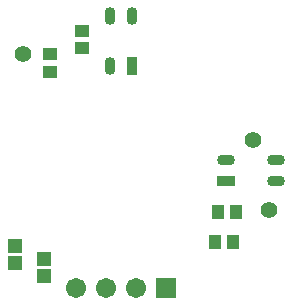
<source format=gts>
G04 Layer_Color=8388736*
%FSLAX25Y25*%
%MOIN*%
G70*
G01*
G75*
%ADD23O,0.05918X0.03556*%
%ADD24R,0.05918X0.03556*%
%ADD25R,0.03950X0.04934*%
%ADD26R,0.05131X0.04737*%
%ADD27R,0.04934X0.03950*%
%ADD28O,0.03556X0.05918*%
%ADD29R,0.03556X0.05918*%
%ADD30C,0.06706*%
%ADD31R,0.06706X0.06706*%
%ADD32C,0.05524*%
D23*
X124409Y65354D02*
D03*
Y72441D02*
D03*
X107874D02*
D03*
D24*
Y65354D02*
D03*
D25*
X104331Y45276D02*
D03*
X110236D02*
D03*
X105315Y55118D02*
D03*
X111221D02*
D03*
D26*
X37402Y43799D02*
D03*
Y38091D02*
D03*
X47244Y39469D02*
D03*
Y33760D02*
D03*
D27*
X49213Y107677D02*
D03*
Y101772D02*
D03*
X59842Y109646D02*
D03*
Y115551D02*
D03*
D28*
X76378Y120472D02*
D03*
X69291D02*
D03*
Y103937D02*
D03*
D29*
X76378D02*
D03*
D30*
X57717Y29921D02*
D03*
X67716D02*
D03*
X77716D02*
D03*
D31*
X87717D02*
D03*
D32*
X40354Y107677D02*
D03*
X116929Y79134D02*
D03*
X122047Y55905D02*
D03*
M02*

</source>
